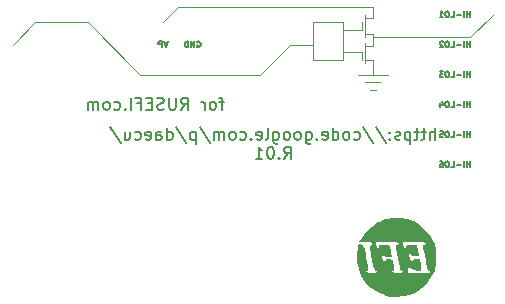
<source format=gbo>
G04 (created by PCBNEW (2013-07-07 BZR 4022)-stable) date 27/01/2014 14:30:20*
%MOIN*%
G04 Gerber Fmt 3.4, Leading zero omitted, Abs format*
%FSLAX34Y34*%
G01*
G70*
G90*
G04 APERTURE LIST*
%ADD10C,0.00590551*%
%ADD11C,0.008*%
%ADD12C,0.00393701*%
%ADD13C,0.005*%
%ADD14C,0.0001*%
G04 APERTURE END LIST*
G54D10*
G54D11*
X77045Y-62895D02*
X76892Y-62895D01*
X76988Y-63161D02*
X76988Y-62819D01*
X76969Y-62780D01*
X76930Y-62761D01*
X76892Y-62761D01*
X76702Y-63161D02*
X76740Y-63142D01*
X76759Y-63123D01*
X76778Y-63085D01*
X76778Y-62971D01*
X76759Y-62933D01*
X76740Y-62914D01*
X76702Y-62895D01*
X76645Y-62895D01*
X76607Y-62914D01*
X76588Y-62933D01*
X76569Y-62971D01*
X76569Y-63085D01*
X76588Y-63123D01*
X76607Y-63142D01*
X76645Y-63161D01*
X76702Y-63161D01*
X76397Y-63161D02*
X76397Y-62895D01*
X76397Y-62971D02*
X76378Y-62933D01*
X76359Y-62914D01*
X76321Y-62895D01*
X76283Y-62895D01*
X75616Y-63161D02*
X75750Y-62971D01*
X75845Y-63161D02*
X75845Y-62761D01*
X75692Y-62761D01*
X75654Y-62780D01*
X75635Y-62800D01*
X75616Y-62838D01*
X75616Y-62895D01*
X75635Y-62933D01*
X75654Y-62952D01*
X75692Y-62971D01*
X75845Y-62971D01*
X75445Y-62761D02*
X75445Y-63085D01*
X75426Y-63123D01*
X75407Y-63142D01*
X75369Y-63161D01*
X75292Y-63161D01*
X75254Y-63142D01*
X75235Y-63123D01*
X75216Y-63085D01*
X75216Y-62761D01*
X75045Y-63142D02*
X74988Y-63161D01*
X74892Y-63161D01*
X74854Y-63142D01*
X74835Y-63123D01*
X74816Y-63085D01*
X74816Y-63047D01*
X74835Y-63009D01*
X74854Y-62990D01*
X74892Y-62971D01*
X74969Y-62952D01*
X75007Y-62933D01*
X75026Y-62914D01*
X75045Y-62876D01*
X75045Y-62838D01*
X75026Y-62800D01*
X75007Y-62780D01*
X74969Y-62761D01*
X74873Y-62761D01*
X74816Y-62780D01*
X74645Y-62952D02*
X74511Y-62952D01*
X74454Y-63161D02*
X74645Y-63161D01*
X74645Y-62761D01*
X74454Y-62761D01*
X74150Y-62952D02*
X74283Y-62952D01*
X74283Y-63161D02*
X74283Y-62761D01*
X74092Y-62761D01*
X73940Y-63161D02*
X73940Y-62761D01*
X73750Y-63123D02*
X73730Y-63142D01*
X73750Y-63161D01*
X73769Y-63142D01*
X73750Y-63123D01*
X73750Y-63161D01*
X73388Y-63142D02*
X73426Y-63161D01*
X73502Y-63161D01*
X73540Y-63142D01*
X73559Y-63123D01*
X73578Y-63085D01*
X73578Y-62971D01*
X73559Y-62933D01*
X73540Y-62914D01*
X73502Y-62895D01*
X73426Y-62895D01*
X73388Y-62914D01*
X73159Y-63161D02*
X73197Y-63142D01*
X73216Y-63123D01*
X73235Y-63085D01*
X73235Y-62971D01*
X73216Y-62933D01*
X73197Y-62914D01*
X73159Y-62895D01*
X73102Y-62895D01*
X73064Y-62914D01*
X73045Y-62933D01*
X73026Y-62971D01*
X73026Y-63085D01*
X73045Y-63123D01*
X73064Y-63142D01*
X73102Y-63161D01*
X73159Y-63161D01*
X72854Y-63161D02*
X72854Y-62895D01*
X72854Y-62933D02*
X72835Y-62914D01*
X72797Y-62895D01*
X72740Y-62895D01*
X72702Y-62914D01*
X72683Y-62952D01*
X72683Y-63161D01*
X72683Y-62952D02*
X72664Y-62914D01*
X72626Y-62895D01*
X72569Y-62895D01*
X72530Y-62914D01*
X72511Y-62952D01*
X72511Y-63161D01*
G54D12*
X79250Y-61000D02*
X80000Y-61000D01*
X78250Y-62000D02*
X79250Y-61000D01*
X74250Y-62000D02*
X78250Y-62000D01*
X72500Y-60250D02*
X74250Y-62000D01*
X70750Y-60250D02*
X72500Y-60250D01*
X70000Y-61000D02*
X70750Y-60250D01*
X81900Y-62500D02*
X82100Y-62500D01*
X82000Y-60100D02*
X82000Y-59750D01*
X82000Y-60750D02*
X82000Y-60650D01*
X81750Y-60100D02*
X82000Y-60100D01*
X81750Y-60650D02*
X82000Y-60650D01*
X81500Y-61250D02*
X81650Y-61250D01*
X81650Y-61500D02*
X81650Y-61250D01*
X81650Y-60500D02*
X81500Y-60500D01*
X81650Y-60250D02*
X81650Y-60500D01*
X82000Y-61050D02*
X81750Y-61050D01*
X82000Y-60750D02*
X82000Y-61050D01*
X81750Y-61600D02*
X81750Y-60950D01*
X81750Y-61500D02*
X82000Y-61500D01*
X75500Y-59750D02*
X82000Y-59750D01*
X75000Y-60250D02*
X75500Y-59750D01*
X80000Y-60250D02*
X81000Y-60250D01*
X80000Y-61500D02*
X80000Y-60250D01*
X81000Y-61500D02*
X80000Y-61500D01*
X81000Y-60250D02*
X81000Y-61500D01*
X81500Y-61250D02*
X81000Y-61250D01*
X81750Y-62250D02*
X82250Y-62250D01*
X81500Y-62000D02*
X82500Y-62000D01*
X82000Y-61500D02*
X82000Y-62000D01*
X81500Y-60500D02*
X81000Y-60500D01*
X81750Y-60750D02*
X81750Y-60000D01*
X81750Y-60500D02*
X81750Y-60750D01*
X85250Y-60750D02*
X82000Y-60750D01*
X86000Y-60000D02*
X85250Y-60750D01*
G54D11*
X84080Y-64161D02*
X84080Y-63761D01*
X83909Y-64161D02*
X83909Y-63952D01*
X83928Y-63914D01*
X83966Y-63895D01*
X84023Y-63895D01*
X84061Y-63914D01*
X84080Y-63933D01*
X83776Y-63895D02*
X83623Y-63895D01*
X83719Y-63761D02*
X83719Y-64104D01*
X83699Y-64142D01*
X83661Y-64161D01*
X83623Y-64161D01*
X83547Y-63895D02*
X83395Y-63895D01*
X83490Y-63761D02*
X83490Y-64104D01*
X83471Y-64142D01*
X83433Y-64161D01*
X83395Y-64161D01*
X83261Y-63895D02*
X83261Y-64295D01*
X83261Y-63914D02*
X83223Y-63895D01*
X83147Y-63895D01*
X83109Y-63914D01*
X83090Y-63933D01*
X83071Y-63971D01*
X83071Y-64085D01*
X83090Y-64123D01*
X83109Y-64142D01*
X83147Y-64161D01*
X83223Y-64161D01*
X83261Y-64142D01*
X82919Y-64142D02*
X82880Y-64161D01*
X82804Y-64161D01*
X82766Y-64142D01*
X82747Y-64104D01*
X82747Y-64085D01*
X82766Y-64047D01*
X82804Y-64028D01*
X82861Y-64028D01*
X82900Y-64009D01*
X82919Y-63971D01*
X82919Y-63952D01*
X82900Y-63914D01*
X82861Y-63895D01*
X82804Y-63895D01*
X82766Y-63914D01*
X82576Y-64123D02*
X82557Y-64142D01*
X82576Y-64161D01*
X82595Y-64142D01*
X82576Y-64123D01*
X82576Y-64161D01*
X82576Y-63914D02*
X82557Y-63933D01*
X82576Y-63952D01*
X82595Y-63933D01*
X82576Y-63914D01*
X82576Y-63952D01*
X82100Y-63742D02*
X82442Y-64257D01*
X81680Y-63742D02*
X82023Y-64257D01*
X81376Y-64142D02*
X81414Y-64161D01*
X81490Y-64161D01*
X81528Y-64142D01*
X81547Y-64123D01*
X81566Y-64085D01*
X81566Y-63971D01*
X81547Y-63933D01*
X81528Y-63914D01*
X81490Y-63895D01*
X81414Y-63895D01*
X81376Y-63914D01*
X81147Y-64161D02*
X81185Y-64142D01*
X81204Y-64123D01*
X81223Y-64085D01*
X81223Y-63971D01*
X81204Y-63933D01*
X81185Y-63914D01*
X81147Y-63895D01*
X81090Y-63895D01*
X81052Y-63914D01*
X81033Y-63933D01*
X81014Y-63971D01*
X81014Y-64085D01*
X81033Y-64123D01*
X81052Y-64142D01*
X81090Y-64161D01*
X81147Y-64161D01*
X80671Y-64161D02*
X80671Y-63761D01*
X80671Y-64142D02*
X80709Y-64161D01*
X80785Y-64161D01*
X80823Y-64142D01*
X80842Y-64123D01*
X80861Y-64085D01*
X80861Y-63971D01*
X80842Y-63933D01*
X80823Y-63914D01*
X80785Y-63895D01*
X80709Y-63895D01*
X80671Y-63914D01*
X80328Y-64142D02*
X80366Y-64161D01*
X80442Y-64161D01*
X80480Y-64142D01*
X80500Y-64104D01*
X80500Y-63952D01*
X80480Y-63914D01*
X80442Y-63895D01*
X80366Y-63895D01*
X80328Y-63914D01*
X80309Y-63952D01*
X80309Y-63990D01*
X80500Y-64028D01*
X80138Y-64123D02*
X80119Y-64142D01*
X80138Y-64161D01*
X80157Y-64142D01*
X80138Y-64123D01*
X80138Y-64161D01*
X79776Y-63895D02*
X79776Y-64219D01*
X79795Y-64257D01*
X79814Y-64276D01*
X79852Y-64295D01*
X79909Y-64295D01*
X79947Y-64276D01*
X79776Y-64142D02*
X79814Y-64161D01*
X79890Y-64161D01*
X79928Y-64142D01*
X79947Y-64123D01*
X79966Y-64085D01*
X79966Y-63971D01*
X79947Y-63933D01*
X79928Y-63914D01*
X79890Y-63895D01*
X79814Y-63895D01*
X79776Y-63914D01*
X79528Y-64161D02*
X79566Y-64142D01*
X79585Y-64123D01*
X79604Y-64085D01*
X79604Y-63971D01*
X79585Y-63933D01*
X79566Y-63914D01*
X79528Y-63895D01*
X79471Y-63895D01*
X79433Y-63914D01*
X79414Y-63933D01*
X79395Y-63971D01*
X79395Y-64085D01*
X79414Y-64123D01*
X79433Y-64142D01*
X79471Y-64161D01*
X79528Y-64161D01*
X79166Y-64161D02*
X79204Y-64142D01*
X79223Y-64123D01*
X79242Y-64085D01*
X79242Y-63971D01*
X79223Y-63933D01*
X79204Y-63914D01*
X79166Y-63895D01*
X79109Y-63895D01*
X79071Y-63914D01*
X79052Y-63933D01*
X79033Y-63971D01*
X79033Y-64085D01*
X79052Y-64123D01*
X79071Y-64142D01*
X79109Y-64161D01*
X79166Y-64161D01*
X78690Y-63895D02*
X78690Y-64219D01*
X78709Y-64257D01*
X78728Y-64276D01*
X78766Y-64295D01*
X78823Y-64295D01*
X78861Y-64276D01*
X78690Y-64142D02*
X78728Y-64161D01*
X78804Y-64161D01*
X78842Y-64142D01*
X78861Y-64123D01*
X78880Y-64085D01*
X78880Y-63971D01*
X78861Y-63933D01*
X78842Y-63914D01*
X78804Y-63895D01*
X78728Y-63895D01*
X78690Y-63914D01*
X78442Y-64161D02*
X78480Y-64142D01*
X78500Y-64104D01*
X78500Y-63761D01*
X78138Y-64142D02*
X78176Y-64161D01*
X78252Y-64161D01*
X78290Y-64142D01*
X78309Y-64104D01*
X78309Y-63952D01*
X78290Y-63914D01*
X78252Y-63895D01*
X78176Y-63895D01*
X78138Y-63914D01*
X78119Y-63952D01*
X78119Y-63990D01*
X78309Y-64028D01*
X77947Y-64123D02*
X77928Y-64142D01*
X77947Y-64161D01*
X77966Y-64142D01*
X77947Y-64123D01*
X77947Y-64161D01*
X77585Y-64142D02*
X77623Y-64161D01*
X77700Y-64161D01*
X77738Y-64142D01*
X77757Y-64123D01*
X77776Y-64085D01*
X77776Y-63971D01*
X77757Y-63933D01*
X77738Y-63914D01*
X77700Y-63895D01*
X77623Y-63895D01*
X77585Y-63914D01*
X77357Y-64161D02*
X77395Y-64142D01*
X77414Y-64123D01*
X77433Y-64085D01*
X77433Y-63971D01*
X77414Y-63933D01*
X77395Y-63914D01*
X77357Y-63895D01*
X77300Y-63895D01*
X77261Y-63914D01*
X77242Y-63933D01*
X77223Y-63971D01*
X77223Y-64085D01*
X77242Y-64123D01*
X77261Y-64142D01*
X77300Y-64161D01*
X77357Y-64161D01*
X77052Y-64161D02*
X77052Y-63895D01*
X77052Y-63933D02*
X77033Y-63914D01*
X76995Y-63895D01*
X76938Y-63895D01*
X76900Y-63914D01*
X76880Y-63952D01*
X76880Y-64161D01*
X76880Y-63952D02*
X76861Y-63914D01*
X76823Y-63895D01*
X76766Y-63895D01*
X76728Y-63914D01*
X76709Y-63952D01*
X76709Y-64161D01*
X76233Y-63742D02*
X76576Y-64257D01*
X76100Y-63895D02*
X76100Y-64295D01*
X76100Y-63914D02*
X76061Y-63895D01*
X75985Y-63895D01*
X75947Y-63914D01*
X75928Y-63933D01*
X75909Y-63971D01*
X75909Y-64085D01*
X75928Y-64123D01*
X75947Y-64142D01*
X75985Y-64161D01*
X76061Y-64161D01*
X76100Y-64142D01*
X75452Y-63742D02*
X75795Y-64257D01*
X75147Y-64161D02*
X75147Y-63761D01*
X75147Y-64142D02*
X75185Y-64161D01*
X75261Y-64161D01*
X75300Y-64142D01*
X75319Y-64123D01*
X75338Y-64085D01*
X75338Y-63971D01*
X75319Y-63933D01*
X75300Y-63914D01*
X75261Y-63895D01*
X75185Y-63895D01*
X75147Y-63914D01*
X74785Y-64161D02*
X74785Y-63952D01*
X74804Y-63914D01*
X74842Y-63895D01*
X74919Y-63895D01*
X74957Y-63914D01*
X74785Y-64142D02*
X74823Y-64161D01*
X74919Y-64161D01*
X74957Y-64142D01*
X74976Y-64104D01*
X74976Y-64066D01*
X74957Y-64028D01*
X74919Y-64009D01*
X74823Y-64009D01*
X74785Y-63990D01*
X74442Y-64142D02*
X74480Y-64161D01*
X74557Y-64161D01*
X74595Y-64142D01*
X74614Y-64104D01*
X74614Y-63952D01*
X74595Y-63914D01*
X74557Y-63895D01*
X74480Y-63895D01*
X74442Y-63914D01*
X74423Y-63952D01*
X74423Y-63990D01*
X74614Y-64028D01*
X74080Y-64142D02*
X74119Y-64161D01*
X74195Y-64161D01*
X74233Y-64142D01*
X74252Y-64123D01*
X74271Y-64085D01*
X74271Y-63971D01*
X74252Y-63933D01*
X74233Y-63914D01*
X74195Y-63895D01*
X74119Y-63895D01*
X74080Y-63914D01*
X73738Y-63895D02*
X73738Y-64161D01*
X73909Y-63895D02*
X73909Y-64104D01*
X73890Y-64142D01*
X73852Y-64161D01*
X73795Y-64161D01*
X73757Y-64142D01*
X73738Y-64123D01*
X73261Y-63742D02*
X73604Y-64257D01*
X79052Y-64801D02*
X79185Y-64611D01*
X79280Y-64801D02*
X79280Y-64401D01*
X79128Y-64401D01*
X79090Y-64420D01*
X79071Y-64440D01*
X79052Y-64478D01*
X79052Y-64535D01*
X79071Y-64573D01*
X79090Y-64592D01*
X79128Y-64611D01*
X79280Y-64611D01*
X78880Y-64763D02*
X78861Y-64782D01*
X78880Y-64801D01*
X78900Y-64782D01*
X78880Y-64763D01*
X78880Y-64801D01*
X78614Y-64401D02*
X78576Y-64401D01*
X78538Y-64420D01*
X78519Y-64440D01*
X78500Y-64478D01*
X78480Y-64554D01*
X78480Y-64649D01*
X78500Y-64725D01*
X78519Y-64763D01*
X78538Y-64782D01*
X78576Y-64801D01*
X78614Y-64801D01*
X78652Y-64782D01*
X78671Y-64763D01*
X78690Y-64725D01*
X78709Y-64649D01*
X78709Y-64554D01*
X78690Y-64478D01*
X78671Y-64440D01*
X78652Y-64420D01*
X78614Y-64401D01*
X78100Y-64801D02*
X78328Y-64801D01*
X78214Y-64801D02*
X78214Y-64401D01*
X78252Y-64459D01*
X78290Y-64497D01*
X78328Y-64516D01*
G54D13*
X85259Y-61080D02*
X85259Y-60880D01*
X85259Y-60976D02*
X85145Y-60976D01*
X85145Y-61080D02*
X85145Y-60880D01*
X85050Y-61080D02*
X85050Y-60880D01*
X84954Y-61004D02*
X84802Y-61004D01*
X84611Y-61080D02*
X84707Y-61080D01*
X84707Y-60880D01*
X84507Y-60880D02*
X84469Y-60880D01*
X84450Y-60890D01*
X84430Y-60909D01*
X84421Y-60947D01*
X84421Y-61014D01*
X84430Y-61052D01*
X84450Y-61071D01*
X84469Y-61080D01*
X84507Y-61080D01*
X84526Y-61071D01*
X84545Y-61052D01*
X84554Y-61014D01*
X84554Y-60947D01*
X84545Y-60909D01*
X84526Y-60890D01*
X84507Y-60880D01*
X84345Y-60900D02*
X84335Y-60890D01*
X84316Y-60880D01*
X84269Y-60880D01*
X84250Y-60890D01*
X84240Y-60900D01*
X84230Y-60919D01*
X84230Y-60938D01*
X84240Y-60966D01*
X84354Y-61080D01*
X84230Y-61080D01*
X85259Y-60080D02*
X85259Y-59880D01*
X85259Y-59976D02*
X85145Y-59976D01*
X85145Y-60080D02*
X85145Y-59880D01*
X85050Y-60080D02*
X85050Y-59880D01*
X84954Y-60004D02*
X84802Y-60004D01*
X84611Y-60080D02*
X84707Y-60080D01*
X84707Y-59880D01*
X84507Y-59880D02*
X84469Y-59880D01*
X84450Y-59890D01*
X84430Y-59909D01*
X84421Y-59947D01*
X84421Y-60014D01*
X84430Y-60052D01*
X84450Y-60071D01*
X84469Y-60080D01*
X84507Y-60080D01*
X84526Y-60071D01*
X84545Y-60052D01*
X84554Y-60014D01*
X84554Y-59947D01*
X84545Y-59909D01*
X84526Y-59890D01*
X84507Y-59880D01*
X84230Y-60080D02*
X84345Y-60080D01*
X84288Y-60080D02*
X84288Y-59880D01*
X84307Y-59909D01*
X84326Y-59928D01*
X84345Y-59938D01*
X85259Y-62080D02*
X85259Y-61880D01*
X85259Y-61976D02*
X85145Y-61976D01*
X85145Y-62080D02*
X85145Y-61880D01*
X85050Y-62080D02*
X85050Y-61880D01*
X84954Y-62004D02*
X84802Y-62004D01*
X84611Y-62080D02*
X84707Y-62080D01*
X84707Y-61880D01*
X84507Y-61880D02*
X84469Y-61880D01*
X84450Y-61890D01*
X84430Y-61909D01*
X84421Y-61947D01*
X84421Y-62014D01*
X84430Y-62052D01*
X84450Y-62071D01*
X84469Y-62080D01*
X84507Y-62080D01*
X84526Y-62071D01*
X84545Y-62052D01*
X84554Y-62014D01*
X84554Y-61947D01*
X84545Y-61909D01*
X84526Y-61890D01*
X84507Y-61880D01*
X84354Y-61880D02*
X84230Y-61880D01*
X84297Y-61957D01*
X84269Y-61957D01*
X84250Y-61966D01*
X84240Y-61976D01*
X84230Y-61995D01*
X84230Y-62042D01*
X84240Y-62061D01*
X84250Y-62071D01*
X84269Y-62080D01*
X84326Y-62080D01*
X84345Y-62071D01*
X84354Y-62061D01*
X85259Y-63080D02*
X85259Y-62880D01*
X85259Y-62976D02*
X85145Y-62976D01*
X85145Y-63080D02*
X85145Y-62880D01*
X85050Y-63080D02*
X85050Y-62880D01*
X84954Y-63004D02*
X84802Y-63004D01*
X84611Y-63080D02*
X84707Y-63080D01*
X84707Y-62880D01*
X84507Y-62880D02*
X84469Y-62880D01*
X84450Y-62890D01*
X84430Y-62909D01*
X84421Y-62947D01*
X84421Y-63014D01*
X84430Y-63052D01*
X84450Y-63071D01*
X84469Y-63080D01*
X84507Y-63080D01*
X84526Y-63071D01*
X84545Y-63052D01*
X84554Y-63014D01*
X84554Y-62947D01*
X84545Y-62909D01*
X84526Y-62890D01*
X84507Y-62880D01*
X84250Y-62947D02*
X84250Y-63080D01*
X84297Y-62871D02*
X84345Y-63014D01*
X84221Y-63014D01*
X76152Y-60890D02*
X76171Y-60880D01*
X76200Y-60880D01*
X76228Y-60890D01*
X76247Y-60909D01*
X76257Y-60928D01*
X76266Y-60966D01*
X76266Y-60995D01*
X76257Y-61033D01*
X76247Y-61052D01*
X76228Y-61071D01*
X76200Y-61080D01*
X76180Y-61080D01*
X76152Y-61071D01*
X76142Y-61061D01*
X76142Y-60995D01*
X76180Y-60995D01*
X76057Y-61080D02*
X76057Y-60880D01*
X75942Y-61080D01*
X75942Y-60880D01*
X75847Y-61080D02*
X75847Y-60880D01*
X75800Y-60880D01*
X75771Y-60890D01*
X75752Y-60909D01*
X75742Y-60928D01*
X75733Y-60966D01*
X75733Y-60995D01*
X75742Y-61033D01*
X75752Y-61052D01*
X75771Y-61071D01*
X75800Y-61080D01*
X75847Y-61080D01*
X75166Y-60880D02*
X75100Y-61080D01*
X75033Y-60880D01*
X74966Y-61080D02*
X74966Y-60880D01*
X74890Y-60880D01*
X74871Y-60890D01*
X74861Y-60900D01*
X74852Y-60919D01*
X74852Y-60947D01*
X74861Y-60966D01*
X74871Y-60976D01*
X74890Y-60985D01*
X74966Y-60985D01*
X85259Y-65080D02*
X85259Y-64880D01*
X85259Y-64976D02*
X85145Y-64976D01*
X85145Y-65080D02*
X85145Y-64880D01*
X85050Y-65080D02*
X85050Y-64880D01*
X84954Y-65004D02*
X84802Y-65004D01*
X84611Y-65080D02*
X84707Y-65080D01*
X84707Y-64880D01*
X84507Y-64880D02*
X84469Y-64880D01*
X84450Y-64890D01*
X84430Y-64909D01*
X84421Y-64947D01*
X84421Y-65014D01*
X84430Y-65052D01*
X84450Y-65071D01*
X84469Y-65080D01*
X84507Y-65080D01*
X84526Y-65071D01*
X84545Y-65052D01*
X84554Y-65014D01*
X84554Y-64947D01*
X84545Y-64909D01*
X84526Y-64890D01*
X84507Y-64880D01*
X84250Y-64880D02*
X84288Y-64880D01*
X84307Y-64890D01*
X84316Y-64900D01*
X84335Y-64928D01*
X84345Y-64966D01*
X84345Y-65042D01*
X84335Y-65061D01*
X84326Y-65071D01*
X84307Y-65080D01*
X84269Y-65080D01*
X84250Y-65071D01*
X84240Y-65061D01*
X84230Y-65042D01*
X84230Y-64995D01*
X84240Y-64976D01*
X84250Y-64966D01*
X84269Y-64957D01*
X84307Y-64957D01*
X84326Y-64966D01*
X84335Y-64976D01*
X84345Y-64995D01*
X85259Y-64080D02*
X85259Y-63880D01*
X85259Y-63976D02*
X85145Y-63976D01*
X85145Y-64080D02*
X85145Y-63880D01*
X85050Y-64080D02*
X85050Y-63880D01*
X84954Y-64004D02*
X84802Y-64004D01*
X84611Y-64080D02*
X84707Y-64080D01*
X84707Y-63880D01*
X84507Y-63880D02*
X84469Y-63880D01*
X84450Y-63890D01*
X84430Y-63909D01*
X84421Y-63947D01*
X84421Y-64014D01*
X84430Y-64052D01*
X84450Y-64071D01*
X84469Y-64080D01*
X84507Y-64080D01*
X84526Y-64071D01*
X84545Y-64052D01*
X84554Y-64014D01*
X84554Y-63947D01*
X84545Y-63909D01*
X84526Y-63890D01*
X84507Y-63880D01*
X84240Y-63880D02*
X84335Y-63880D01*
X84345Y-63976D01*
X84335Y-63966D01*
X84316Y-63957D01*
X84269Y-63957D01*
X84250Y-63966D01*
X84240Y-63976D01*
X84230Y-63995D01*
X84230Y-64042D01*
X84240Y-64061D01*
X84250Y-64071D01*
X84269Y-64080D01*
X84316Y-64080D01*
X84335Y-64071D01*
X84345Y-64061D01*
G54D14*
G36*
X84117Y-68083D02*
X84115Y-68250D01*
X84109Y-68369D01*
X84094Y-68458D01*
X84069Y-68535D01*
X84029Y-68620D01*
X84024Y-68630D01*
X83950Y-68746D01*
X83950Y-68567D01*
X83901Y-68535D01*
X83886Y-68533D01*
X83858Y-68500D01*
X83824Y-68402D01*
X83785Y-68238D01*
X83769Y-68158D01*
X83738Y-68003D01*
X83711Y-67868D01*
X83690Y-67769D01*
X83679Y-67725D01*
X83685Y-67676D01*
X83714Y-67667D01*
X83760Y-67641D01*
X83767Y-67617D01*
X83756Y-67594D01*
X83718Y-67580D01*
X83642Y-67571D01*
X83518Y-67567D01*
X83389Y-67567D01*
X83011Y-67567D01*
X83026Y-67667D01*
X83049Y-67737D01*
X83085Y-67766D01*
X83086Y-67767D01*
X83116Y-67743D01*
X83112Y-67716D01*
X83112Y-67688D01*
X83150Y-67673D01*
X83236Y-67667D01*
X83291Y-67667D01*
X83489Y-67667D01*
X83522Y-67850D01*
X83555Y-68033D01*
X83427Y-68033D01*
X83346Y-68025D01*
X83302Y-68006D01*
X83300Y-68000D01*
X83273Y-67970D01*
X83254Y-67967D01*
X83225Y-67985D01*
X83226Y-68050D01*
X83230Y-68072D01*
X83255Y-68140D01*
X83289Y-68188D01*
X83320Y-68202D01*
X83333Y-68170D01*
X83333Y-68169D01*
X83363Y-68146D01*
X83436Y-68134D01*
X83464Y-68133D01*
X83595Y-68133D01*
X83618Y-68318D01*
X83628Y-68422D01*
X83628Y-68498D01*
X83623Y-68521D01*
X83575Y-68533D01*
X83493Y-68527D01*
X83399Y-68509D01*
X83317Y-68484D01*
X83270Y-68456D01*
X83267Y-68447D01*
X83240Y-68405D01*
X83217Y-68400D01*
X83177Y-68430D01*
X83167Y-68500D01*
X83167Y-68600D01*
X83568Y-68600D01*
X83753Y-68597D01*
X83879Y-68590D01*
X83943Y-68577D01*
X83950Y-68567D01*
X83950Y-68746D01*
X83854Y-68898D01*
X83649Y-69110D01*
X83410Y-69265D01*
X83202Y-69346D01*
X83033Y-69379D01*
X83033Y-68567D01*
X83006Y-68537D01*
X82983Y-68533D01*
X82939Y-68527D01*
X82933Y-68521D01*
X82927Y-68486D01*
X82910Y-68398D01*
X82884Y-68270D01*
X82853Y-68116D01*
X82850Y-68100D01*
X82814Y-67923D01*
X82789Y-67802D01*
X82776Y-67726D01*
X82773Y-67685D01*
X82779Y-67668D01*
X82794Y-67665D01*
X82817Y-67667D01*
X82861Y-67640D01*
X82867Y-67617D01*
X82856Y-67594D01*
X82818Y-67580D01*
X82742Y-67571D01*
X82618Y-67567D01*
X82489Y-67567D01*
X82111Y-67567D01*
X82126Y-67667D01*
X82149Y-67737D01*
X82185Y-67766D01*
X82186Y-67767D01*
X82216Y-67743D01*
X82212Y-67717D01*
X82213Y-67687D01*
X82251Y-67672D01*
X82340Y-67667D01*
X82378Y-67667D01*
X82482Y-67671D01*
X82556Y-67683D01*
X82579Y-67693D01*
X82593Y-67740D01*
X82609Y-67828D01*
X82619Y-67893D01*
X82642Y-68067D01*
X82527Y-68067D01*
X82438Y-68056D01*
X82376Y-68029D01*
X82374Y-68027D01*
X82330Y-68000D01*
X82315Y-68033D01*
X82323Y-68108D01*
X82350Y-68167D01*
X82389Y-68200D01*
X82423Y-68198D01*
X82433Y-68167D01*
X82461Y-68142D01*
X82526Y-68133D01*
X82601Y-68140D01*
X82661Y-68161D01*
X82677Y-68179D01*
X82692Y-68238D01*
X82710Y-68334D01*
X82718Y-68379D01*
X82728Y-68474D01*
X82721Y-68520D01*
X82691Y-68533D01*
X82687Y-68533D01*
X82640Y-68550D01*
X82633Y-68567D01*
X82664Y-68584D01*
X82743Y-68596D01*
X82833Y-68600D01*
X82940Y-68595D01*
X83012Y-68582D01*
X83033Y-68567D01*
X83033Y-69379D01*
X83025Y-69381D01*
X82820Y-69395D01*
X82615Y-69388D01*
X82439Y-69360D01*
X82409Y-69351D01*
X82174Y-69247D01*
X81952Y-69093D01*
X81762Y-68902D01*
X81619Y-68689D01*
X81607Y-68664D01*
X81531Y-68458D01*
X81485Y-68227D01*
X81475Y-68005D01*
X81480Y-67944D01*
X81501Y-67810D01*
X81528Y-67702D01*
X81557Y-67632D01*
X81585Y-67613D01*
X81593Y-67621D01*
X81644Y-67663D01*
X81664Y-67672D01*
X81694Y-67713D01*
X81730Y-67819D01*
X81770Y-67985D01*
X81787Y-68068D01*
X81823Y-68251D01*
X81846Y-68378D01*
X81858Y-68460D01*
X81859Y-68506D01*
X81849Y-68527D01*
X81830Y-68533D01*
X81817Y-68533D01*
X81772Y-68551D01*
X81767Y-68567D01*
X81797Y-68584D01*
X81876Y-68596D01*
X81967Y-68600D01*
X82080Y-68594D01*
X82150Y-68578D01*
X82169Y-68556D01*
X82130Y-68532D01*
X82106Y-68525D01*
X82075Y-68503D01*
X82048Y-68449D01*
X82021Y-68351D01*
X81991Y-68199D01*
X81988Y-68180D01*
X81961Y-68028D01*
X81936Y-67893D01*
X81917Y-67792D01*
X81911Y-67758D01*
X81906Y-67690D01*
X81937Y-67667D01*
X81945Y-67666D01*
X81982Y-67646D01*
X81979Y-67616D01*
X81945Y-67586D01*
X81868Y-67570D01*
X81760Y-67566D01*
X81561Y-67567D01*
X81636Y-67442D01*
X81785Y-67241D01*
X81976Y-67058D01*
X82187Y-66914D01*
X82233Y-66890D01*
X82333Y-66842D01*
X82416Y-66812D01*
X82502Y-66794D01*
X82609Y-66786D01*
X82758Y-66784D01*
X82816Y-66784D01*
X82983Y-66786D01*
X83103Y-66792D01*
X83194Y-66807D01*
X83275Y-66834D01*
X83366Y-66875D01*
X83381Y-66882D01*
X83591Y-67015D01*
X83786Y-67193D01*
X83948Y-67396D01*
X84021Y-67522D01*
X84064Y-67615D01*
X84092Y-67696D01*
X84107Y-67785D01*
X84115Y-67901D01*
X84116Y-68063D01*
X84117Y-68083D01*
X84117Y-68083D01*
X84117Y-68083D01*
G37*
M02*

</source>
